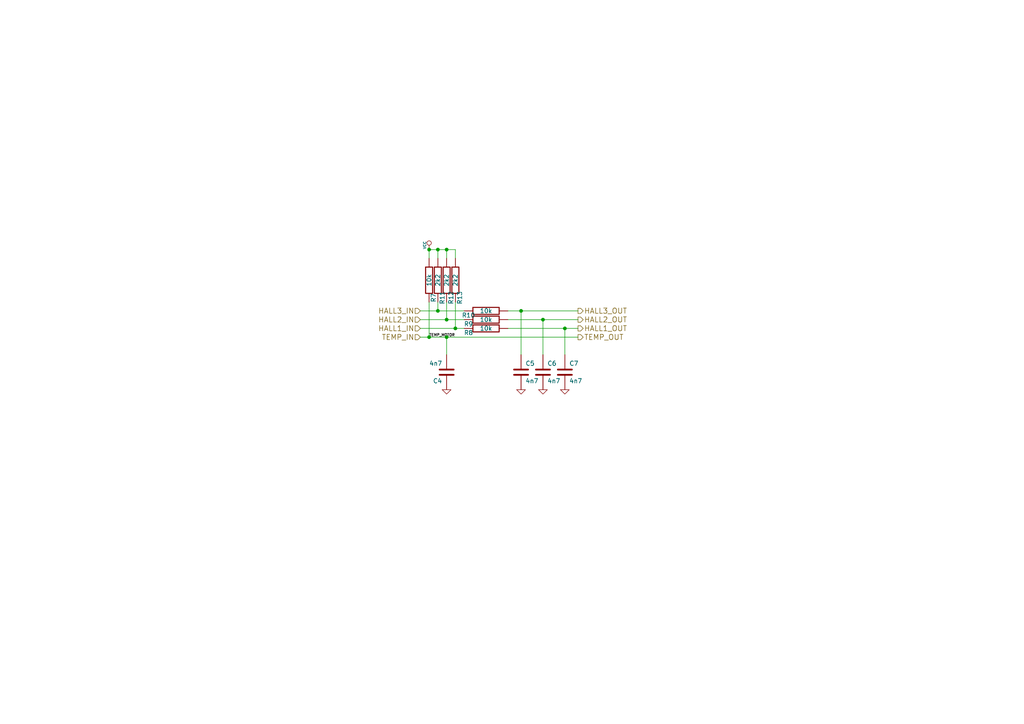
<source format=kicad_sch>
(kicad_sch (version 20231120) (generator "eeschema") (generator_version "8.0")
  (paper "A4")
  (title_block (title "BLDC Driver 4.11") (date "21 aug 2015") (rev "4.12") (company "Benjamin Vedder"))
  (lib_symbols
    (symbol "BLDC_4-rescue1:C-RESCUE-BLDC_4" (pin_numbers hide) (pin_names (offset 0.254))
      (property "Reference" "C" (at 0 2.54 0))
      (property "Value" "C-RESCUE-BLDC_4" (at 0.1524 -2.159 0))
      (symbol "C-RESCUE-BLDC_4_0_1"
        (polyline (pts (xy -2.032 -0.762) (xy 2.032 -0.762)) (stroke (width 0.508)))
        (polyline (pts (xy -2.032 0.762) (xy 2.032 0.762)) (stroke (width 0.508)))
      )
      (symbol "C-RESCUE-BLDC_4_1_1"
        (pin passive line (at 0 5.08 270) (length 4.318) (name "~") (number "1"))
        (pin passive line (at 0 -5.08 90) (length 4.318) (name "~") (number "2"))
      )
    )
    (symbol "BLDC_4-rescue1:GND-RESCUE-BLDC_4" (power) (pin_names (offset 0))
      (symbol "GND-RESCUE-BLDC_4_0_1"
        (polyline (pts (xy -1.27 0) (xy 0 -1.27) (xy 1.27 0) (xy -1.27 0)))
      )
      (symbol "GND-RESCUE-BLDC_4_1_1"
        (pin power_in line (at 0 0 90) (length 0) hide (name "GND") (number "1"))
      )
    )
    (symbol "BLDC_4-rescue1:R-RESCUE-BLDC_4" (pin_numbers hide) (pin_names (offset 0))
      (property "Reference" "R" (at 2.032 0 90))
      (property "Value" "R-RESCUE-BLDC_4" (at 0.1778 0.0254 90))
      (symbol "R-RESCUE-BLDC_4_0_1"
        (rectangle (start -1.016 3.81) (end 1.016 -3.81) (stroke (width 0.3048)))
      )
      (symbol "R-RESCUE-BLDC_4_1_1"
        (pin passive line (at 0 6.35 270) (length 2.54) (name "~") (number "1"))
        (pin passive line (at 0 -6.35 90) (length 2.54) (name "~") (number "2"))
      )
    )
    (symbol "BLDC_4-rescue1:VCC" (power) (pin_names (offset 0))
      (property "Value" "VCC" (at 0 3.81 0))
      (symbol "VCC_0_1"
        (polyline (pts (xy 0 0) (xy 0 1.27)))
        (circle (center 0 1.905) (radius 0.635))
      )
      (symbol "VCC_1_1"
        (pin power_in line (at 0 0 90) (length 0) hide (name "VCC") (number "1"))
      )
    )
  )
  (junction (at 127 90.17))
  (junction (at 129.54 97.79))
  (junction (at 127 72.39))
  (junction (at 129.54 72.39))
  (junction (at 129.54 92.71))
  (junction (at 124.46 72.39))
  (junction (at 132.08 95.25))
  (junction (at 124.46 97.79))
  (junction (at 163.83 95.25))
  (junction (at 151.13 90.17))
  (junction (at 157.48 92.71))
  (wire (pts (xy 127 90.17) (xy 134.62 90.17)))
  (wire (pts (xy 127 72.39) (xy 129.54 72.39)))
  (wire (pts (xy 129.54 97.79) (xy 167.64 97.79)))
  (wire (pts (xy 121.92 95.25) (xy 132.08 95.25)))
  (wire (pts (xy 129.54 87.63) (xy 129.54 92.71)))
  (wire (pts (xy 127 74.93) (xy 127 72.39)))
  (wire (pts (xy 121.92 97.79) (xy 124.46 97.79)))
  (wire (pts (xy 132.08 95.25) (xy 134.62 95.25)))
  (wire (pts (xy 124.46 97.79) (xy 129.54 97.79)))
  (wire (pts (xy 121.92 92.71) (xy 129.54 92.71)))
  (wire (pts (xy 132.08 72.39) (xy 132.08 74.93)))
  (wire (pts (xy 124.46 87.63) (xy 124.46 97.79)))
  (wire (pts (xy 163.83 95.25) (xy 163.83 102.87)))
  (wire (pts (xy 129.54 72.39) (xy 132.08 72.39)))
  (wire (pts (xy 129.54 72.39) (xy 129.54 74.93)))
  (wire (pts (xy 163.83 95.25) (xy 167.64 95.25)))
  (wire (pts (xy 147.32 90.17) (xy 151.13 90.17)))
  (wire (pts (xy 129.54 92.71) (xy 134.62 92.71)))
  (wire (pts (xy 151.13 90.17) (xy 151.13 102.87)))
  (wire (pts (xy 121.92 90.17) (xy 127 90.17)))
  (wire (pts (xy 124.46 72.39) (xy 124.46 74.93)))
  (wire (pts (xy 129.54 97.79) (xy 129.54 102.87)))
  (wire (pts (xy 124.46 72.39) (xy 127 72.39)))
  (wire (pts (xy 151.13 90.17) (xy 167.64 90.17)))
  (wire (pts (xy 157.48 92.71) (xy 157.48 102.87)))
  (wire (pts (xy 147.32 95.25) (xy 163.83 95.25)))
  (wire (pts (xy 127 87.63) (xy 127 90.17)))
  (wire (pts (xy 132.08 87.63) (xy 132.08 95.25)))
  (wire (pts (xy 157.48 92.71) (xy 167.64 92.71)))
  (wire (pts (xy 147.32 92.71) (xy 157.48 92.71)))
  (label "TEMP_MOTOR" (at 124.46 97.79 0) (effects (font (size 0.762 0.762))))
  (hierarchical_label "HALL2_OUT" (shape output) (at 167.64 92.71 0) (effects (font (size 1.524 1.524))))
  (hierarchical_label "TEMP_OUT" (shape output) (at 167.64 97.79 0) (effects (font (size 1.524 1.524))))
  (hierarchical_label "HALL1_IN" (shape input) (at 121.92 95.25 180) (effects (font (size 1.524 1.524))))
  (hierarchical_label "HALL2_IN" (shape input) (at 121.92 92.71 180) (effects (font (size 1.524 1.524))))
  (hierarchical_label "HALL1_OUT" (shape output) (at 167.64 95.25 0) (effects (font (size 1.524 1.524))))
  (hierarchical_label "HALL3_IN" (shape input) (at 121.92 90.17 180) (effects (font (size 1.524 1.524))))
  (hierarchical_label "TEMP_IN" (shape input) (at 121.92 97.79 180) (effects (font (size 1.524 1.524))))
  (hierarchical_label "HALL3_OUT" (shape output) (at 167.64 90.17 0) (effects (font (size 1.524 1.524))))
  (symbol (lib_id "BLDC_4-rescue1:R-RESCUE-BLDC_4") (at 124.46 81.28 180) (unit 1)
    (property "Reference" "R7" (at 125.73 86.36 90))
    (property "Value" "10k" (at 124.46 81.28 90))
    (property "Footprint" "CRF1:SMD-0603_r" (effects (hide yes)))
  )
  (symbol (lib_id "BLDC_4-rescue1:R-RESCUE-BLDC_4") (at 140.97 95.25 90) (unit 1)
    (property "Reference" "R8" (at 135.89 96.52 90))
    (property "Value" "10k" (at 140.97 95.25 90))
    (property "Footprint" "CRF1:SMD-0603_r" (effects (hide yes)))
  )
  (symbol (lib_id "BLDC_4-rescue1:R-RESCUE-BLDC_4") (at 140.97 92.71 90) (unit 1)
    (property "Reference" "R9" (at 135.89 93.98 90))
    (property "Value" "10k" (at 140.97 92.71 90))
    (property "Footprint" "CRF1:SMD-0603_r" (effects (hide yes)))
  )
  (symbol (lib_id "BLDC_4-rescue1:R-RESCUE-BLDC_4") (at 140.97 90.17 90) (unit 1)
    (property "Reference" "R10" (at 135.89 91.44 90))
    (property "Value" "10k" (at 140.97 90.17 90))
    (property "Footprint" "CRF1:SMD-0603_r" (effects (hide yes)))
  )
  (symbol (lib_id "BLDC_4-rescue1:C-RESCUE-BLDC_4") (at 151.13 107.95 0) (unit 1)
    (property "Reference" "C5" (at 152.4 105.41 0) (effects (justify left)))
    (property "Value" "4n7" (at 152.4 110.49 0) (effects (justify left)))
    (property "Footprint" "CRF1:SMD-0603_c" (effects (hide yes)))
  )
  (symbol (lib_id "BLDC_4-rescue1:C-RESCUE-BLDC_4") (at 157.48 107.95 0) (unit 1)
    (property "Reference" "C6" (at 158.75 105.41 0) (effects (justify left)))
    (property "Value" "4n7" (at 158.75 110.49 0) (effects (justify left)))
    (property "Footprint" "CRF1:SMD-0603_c" (effects (hide yes)))
  )
  (symbol (lib_id "BLDC_4-rescue1:C-RESCUE-BLDC_4") (at 163.83 107.95 0) (unit 1)
    (property "Reference" "C7" (at 165.1 105.41 0) (effects (justify left)))
    (property "Value" "4n7" (at 165.1 110.49 0) (effects (justify left)))
    (property "Footprint" "CRF1:SMD-0603_c" (effects (hide yes)))
  )
  (symbol (lib_id "BLDC_4-rescue1:GND-RESCUE-BLDC_4") (at 151.13 113.03 0) (unit 1)
    (property "Reference" "#PWR030" (effects (hide yes)))
    (property "Value" "GND" (effects (hide yes)))
  )
  (symbol (lib_id "BLDC_4-rescue1:R-RESCUE-BLDC_4") (at 127 81.28 180) (unit 1)
    (property "Reference" "R11" (at 128.27 86.36 90))
    (property "Value" "2k2" (at 127 81.28 90))
    (property "Footprint" "CRF1:SMD-0603_r" (effects (hide yes)))
  )
  (symbol (lib_id "BLDC_4-rescue1:R-RESCUE-BLDC_4") (at 129.54 81.28 180) (unit 1)
    (property "Reference" "R12" (at 130.81 86.36 90))
    (property "Value" "2k2" (at 129.54 81.28 90))
    (property "Footprint" "CRF1:SMD-0603_r" (effects (hide yes)))
  )
  (symbol (lib_id "BLDC_4-rescue1:R-RESCUE-BLDC_4") (at 132.08 81.28 180) (unit 1)
    (property "Reference" "R13" (at 133.35 86.36 90))
    (property "Value" "2k2" (at 132.08 81.28 90))
    (property "Footprint" "CRF1:SMD-0603_r" (effects (hide yes)))
  )
  (symbol (lib_id "BLDC_4-rescue1:C-RESCUE-BLDC_4") (at 129.54 107.95 180) (unit 1)
    (property "Reference" "C4" (at 128.27 110.49 0) (effects (justify left)))
    (property "Value" "4n7" (at 128.27 105.41 0) (effects (justify left)))
    (property "Footprint" "CRF1:SMD-0603_c" (effects (hide yes)))
  )
  (symbol (lib_id "BLDC_4-rescue1:GND-RESCUE-BLDC_4") (at 129.54 113.03 0) (unit 1)
    (property "Reference" "#PWR031" (effects (hide yes)))
    (property "Value" "GND" (effects (hide yes)))
  )
  (symbol (lib_id "BLDC_4-rescue1:VCC") (at 124.46 72.39 0) (unit 1)
    (property "Reference" "#PWR032" (effects (hide yes)))
    (property "Value" "VCC" (at 123.19 71.12 90) (effects (font (size 0.762 0.762))))
  )
  (symbol (lib_id "BLDC_4-rescue1:GND-RESCUE-BLDC_4") (at 157.48 113.03 0) (unit 1)
    (property "Reference" "#PWR033" (effects (hide yes)))
    (property "Value" "GND" (effects (hide yes)))
  )
  (symbol (lib_id "BLDC_4-rescue1:GND-RESCUE-BLDC_4") (at 163.83 113.03 0) (unit 1)
    (property "Reference" "#PWR034" (effects (hide yes)))
    (property "Value" "GND" (effects (hide yes)))
  )
)
</source>
